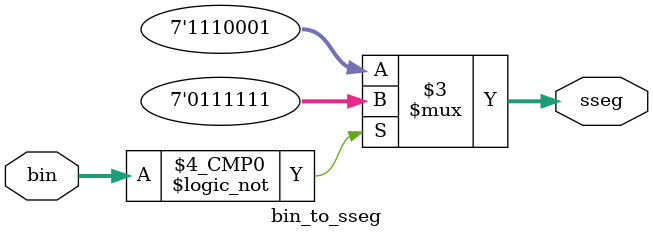
<source format=v>
module bin_to_sseg
    (
	   input wire [3:0] bin,
		output reg [6:0] sseg
	 );
	 
	 always @*
	 
	 begin
	   case(bin)
		 4'h0: sseg = 7'b0111111; // 0
		 4'h0: sseg = 7'b0000110; // 1
		 4'h0: sseg = 7'b1111011; // 2
		 4'h0: sseg = 7'b1001111; // 3
		 4'h0: sseg = 7'b1100110; // 4
		 4'h0: sseg = 7'b1101101; // 5
		 4'h0: sseg = 7'b1111101; // 6
		 4'h0: sseg = 7'b0000111; // 7
		 4'h0: sseg = 7'b1111111; // 8 
		 4'h0: sseg = 7'b1101111; // 9
		 4'h0: sseg = 7'b1110111; // A
		 4'h0: sseg = 7'b1111100; // B
 		 4'h0: sseg = 7'b0111001; // C
		 4'h0: sseg = 7'b1011110; // D
		 4'h0: sseg = 7'b1111001; // E
		 default: sseg = 7'b1110001; // F
	   endcase
	 end
endmodule
</source>
